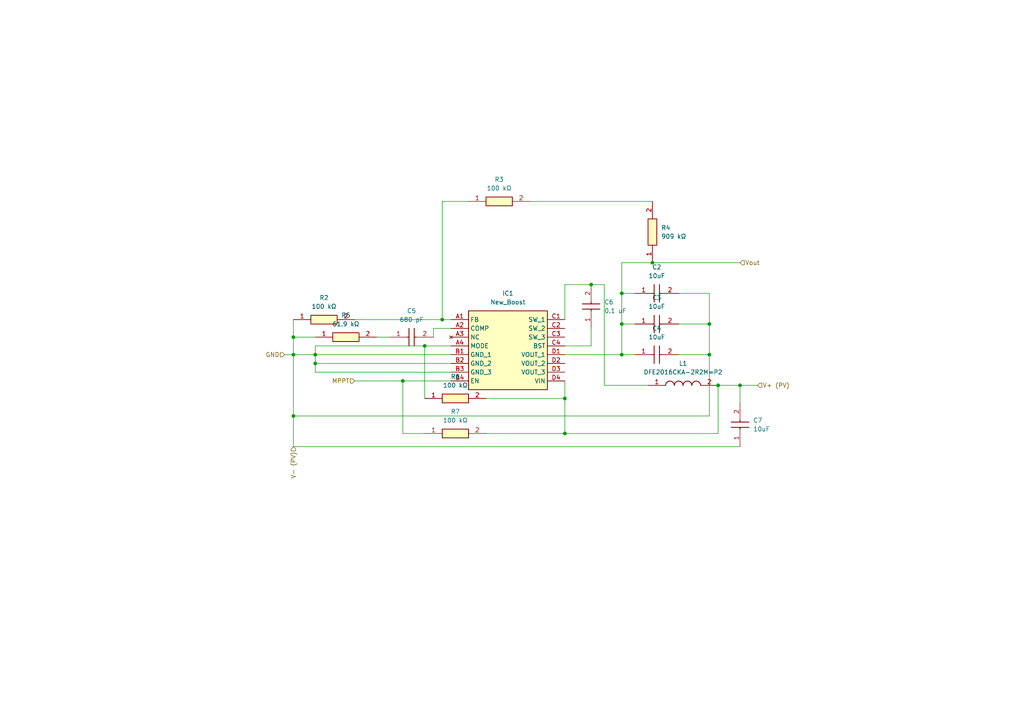
<source format=kicad_sch>
(kicad_sch (version 20230121) (generator eeschema)
  (paper "A4")
  (lib_symbols
    (symbol "pow_sys:0.1 uF" (pin_names hide)
      (property "Reference" "C" (at 8.89 6.35 0))
      (property "Value" "0.1 uF" (at 8.89 3.81 0))
      (symbol "0.1 uF_1_1"
        (polyline (pts (xy 5.08 0) (xy 5.588 0)) (stroke (width 0.254)))
        (polyline (pts (xy 5.588 2.54) (xy 5.588 -2.54)) (stroke (width 0.254)))
        (polyline (pts (xy 7.112 0) (xy 7.62 0)) (stroke (width 0.254)))
        (polyline (pts (xy 7.112 2.54) (xy 7.112 -2.54)) (stroke (width 0.254)))
        (pin passive line (at 0 0 0) (length 5.08) (name "1") (number "1"))
        (pin passive line (at 12.7 0 180) (length 5.08) (name "2") (number "2"))
      )
    )
    (symbol "pow_sys:100 kΩ" (pin_names hide)
      (property "Reference" "R" (at 13.97 6.35 0))
      (property "Value" "100 kΩ" (at 13.97 3.81 0))
      (symbol "100 kΩ_1_1"
        (rectangle (start 5.08 1.27) (end 12.7 -1.27) (stroke (width 0.254)) (fill (type background)))
        (pin passive line (at 0 0 0) (length 5.08) (name "1") (number "1"))
        (pin passive line (at 17.78 0 180) (length 5.08) (name "2") (number "2"))
      )
    )
    (symbol "pow_sys:10uF" (pin_names hide)
      (property "Reference" "C" (at 8.89 6.35 0))
      (property "Value" "10uF" (at 8.89 3.81 0))
      (symbol "10uF_1_1"
        (polyline (pts (xy 5.08 0) (xy 5.588 0)) (stroke (width 0.254)))
        (polyline (pts (xy 5.588 2.54) (xy 5.588 -2.54)) (stroke (width 0.254)))
        (polyline (pts (xy 7.112 0) (xy 7.62 0)) (stroke (width 0.254)))
        (polyline (pts (xy 7.112 2.54) (xy 7.112 -2.54)) (stroke (width 0.254)))
        (pin passive line (at 0 0 0) (length 5.08) (name "1") (number "1"))
        (pin passive line (at 12.7 0 180) (length 5.08) (name "2") (number "2"))
      )
    )
    (symbol "pow_sys:61.9 kΩ" (pin_names hide)
      (property "Reference" "R" (at 13.97 6.35 0))
      (property "Value" "61.9 kΩ" (at 13.97 3.81 0))
      (symbol "61.9 kΩ_1_1"
        (rectangle (start 5.08 1.27) (end 12.7 -1.27) (stroke (width 0.254)) (fill (type background)))
        (pin passive line (at 0 0 0) (length 5.08) (name "1") (number "1"))
        (pin passive line (at 17.78 0 180) (length 5.08) (name "2") (number "2"))
      )
    )
    (symbol "pow_sys:680 pF" (pin_names hide)
      (property "Reference" "C" (at 8.89 6.35 0))
      (property "Value" "680 pF" (at 8.89 3.81 0))
      (symbol "680 pF_1_1"
        (polyline (pts (xy 5.08 0) (xy 5.588 0)) (stroke (width 0.254)))
        (polyline (pts (xy 5.588 2.54) (xy 5.588 -2.54)) (stroke (width 0.254)))
        (polyline (pts (xy 7.112 0) (xy 7.62 0)) (stroke (width 0.254)))
        (polyline (pts (xy 7.112 2.54) (xy 7.112 -2.54)) (stroke (width 0.254)))
        (pin passive line (at 0 0 0) (length 5.08) (name "1") (number "1"))
        (pin passive line (at 12.7 0 180) (length 5.08) (name "2") (number "2"))
      )
    )
    (symbol "pow_sys:909 kΩ" (pin_names hide)
      (property "Reference" "R" (at 13.97 6.35 0))
      (property "Value" "909 kΩ" (at 13.97 3.81 0))
      (symbol "909 kΩ_1_1"
        (rectangle (start 5.08 1.27) (end 12.7 -1.27) (stroke (width 0.254)) (fill (type background)))
        (pin passive line (at 0 0 0) (length 5.08) (name "1") (number "1"))
        (pin passive line (at 17.78 0 180) (length 5.08) (name "2") (number "2"))
      )
    )
    (symbol "pow_sys:DFE2016CKA-2R2M=P2" (pin_names hide)
      (property "Reference" "L" (at 16.51 6.35 0))
      (property "Value" "DFE2016CKA-2R2M=P2" (at 16.51 3.81 0))
      (symbol "DFE2016CKA-2R2M=P2_1_1"
        (arc (start 7.62 0) (mid 6.35 1.219) (end 5.08 0) (stroke (width 0.254)))
        (arc (start 10.16 0) (mid 8.89 1.219) (end 7.62 0) (stroke (width 0.254)))
        (arc (start 12.7 0) (mid 11.43 1.219) (end 10.16 0) (stroke (width 0.254)))
        (arc (start 15.24 0) (mid 13.97 1.219) (end 12.7 0) (stroke (width 0.254)))
        (pin passive line (at 0 0 0) (length 5.08) (name "1") (number "1"))
        (pin passive line (at 20.32 0 180) (length 5.08) (name "2") (number "2"))
      )
    )
    (symbol "pow_sys:New_Boost"
      (property "Reference" "IC" (at 29.21 7.62 0))
      (property "Value" "New_Boost" (at 29.21 5.08 0))
      (symbol "New_Boost_1_1"
        (rectangle (start 5.08 2.54) (end 27.94 -20.32) (stroke (width 0.254)) (fill (type background)))
        (pin passive line (at 0 0 0) (length 5.08) (name "FB") (number "A1"))
        (pin passive line (at 0 -2.54 0) (length 5.08) (name "COMP") (number "A2"))
        (pin no_connect line (at 0 -5.08 0) (length 5.08) (name "NC") (number "A3"))
        (pin passive line (at 0 -7.62 0) (length 5.08) (name "MODE") (number "A4"))
        (pin passive line (at 0 -10.16 0) (length 5.08) (name "GND_1") (number "B1"))
        (pin passive line (at 0 -12.7 0) (length 5.08) (name "GND_2") (number "B2"))
        (pin passive line (at 0 -15.24 0) (length 5.08) (name "GND_3") (number "B3"))
        (pin passive line (at 0 -17.78 0) (length 5.08) (name "EN") (number "B4"))
        (pin passive line (at 33.02 0 180) (length 5.08) (name "SW_1") (number "C1"))
        (pin passive line (at 33.02 -2.54 180) (length 5.08) (name "SW_2") (number "C2"))
        (pin passive line (at 33.02 -5.08 180) (length 5.08) (name "SW_3") (number "C3"))
        (pin passive line (at 33.02 -7.62 180) (length 5.08) (name "BST") (number "C4"))
        (pin passive line (at 33.02 -10.16 180) (length 5.08) (name "VOUT_1") (number "D1"))
        (pin passive line (at 33.02 -12.7 180) (length 5.08) (name "VOUT_2") (number "D2"))
        (pin passive line (at 33.02 -15.24 180) (length 5.08) (name "VOUT_3") (number "D3"))
        (pin passive line (at 33.02 -17.78 180) (length 5.08) (name "VIN") (number "D4"))
      )
    )
  )
  (junction (at 85.09 102.87))
  (junction (at 85.09 97.79))
  (junction (at 214.63 111.76))
  (junction (at 123.19 100.33))
  (junction (at 163.83 125.73))
  (junction (at 85.09 120.65))
  (junction (at 189.23 76.2))
  (junction (at 91.44 102.87))
  (junction (at 180.34 93.98))
  (junction (at 180.34 102.87))
  (junction (at 205.74 93.98))
  (junction (at 116.84 110.49))
  (junction (at 205.74 102.87))
  (junction (at 208.28 111.76))
  (junction (at 180.34 85.09))
  (junction (at 91.44 105.41))
  (junction (at 128.27 92.71))
  (junction (at 171.45 82.55))
  (junction (at 163.83 115.57))
  (wire (pts (xy 196.85 102.87) (xy 205.74 102.87)))
  (wire (pts (xy 184.15 93.98) (xy 180.34 93.98)))
  (wire (pts (xy 171.45 82.55) (xy 163.83 82.55)))
  (wire (pts (xy 180.34 85.09) (xy 184.15 85.09)))
  (wire (pts (xy 128.27 92.71) (xy 102.87 92.71)))
  (wire (pts (xy 130.81 100.33) (xy 123.19 100.33)))
  (wire (pts (xy 130.81 92.71) (xy 128.27 92.71)))
  (wire (pts (xy 130.81 107.95) (xy 91.44 107.95)))
  (wire (pts (xy 91.44 100.33) (xy 123.19 100.33)))
  (wire (pts (xy 208.28 111.76) (xy 208.28 125.73)))
  (wire (pts (xy 196.85 93.98) (xy 205.74 93.98)))
  (wire (pts (xy 85.09 129.54) (xy 85.09 120.65)))
  (wire (pts (xy 163.83 125.73) (xy 208.28 125.73)))
  (wire (pts (xy 180.34 76.2) (xy 189.23 76.2)))
  (wire (pts (xy 171.45 100.33) (xy 163.83 100.33)))
  (wire (pts (xy 163.83 125.73) (xy 163.83 115.57)))
  (wire (pts (xy 85.09 97.79) (xy 85.09 102.87)))
  (wire (pts (xy 85.09 120.65) (xy 85.09 102.87)))
  (wire (pts (xy 125.73 95.25) (xy 125.73 97.79)))
  (wire (pts (xy 163.83 110.49) (xy 163.83 115.57)))
  (wire (pts (xy 116.84 110.49) (xy 130.81 110.49)))
  (wire (pts (xy 102.87 110.49) (xy 116.84 110.49)))
  (wire (pts (xy 91.44 105.41) (xy 91.44 102.87)))
  (wire (pts (xy 205.74 93.98) (xy 205.74 102.87)))
  (wire (pts (xy 91.44 100.33) (xy 91.44 102.87)))
  (wire (pts (xy 85.09 97.79) (xy 91.44 97.79)))
  (wire (pts (xy 128.27 92.71) (xy 128.27 58.42)))
  (wire (pts (xy 180.34 93.98) (xy 180.34 102.87)))
  (wire (pts (xy 153.67 58.42) (xy 189.23 58.42)))
  (wire (pts (xy 180.34 85.09) (xy 180.34 93.98)))
  (wire (pts (xy 180.34 76.2) (xy 180.34 85.09)))
  (wire (pts (xy 163.83 115.57) (xy 140.97 115.57)))
  (wire (pts (xy 163.83 82.55) (xy 163.83 92.71)))
  (wire (pts (xy 175.26 82.55) (xy 175.26 111.76)))
  (wire (pts (xy 208.28 111.76) (xy 214.63 111.76)))
  (wire (pts (xy 82.55 102.87) (xy 85.09 102.87)))
  (wire (pts (xy 180.34 102.87) (xy 184.15 102.87)))
  (wire (pts (xy 175.26 111.76) (xy 187.96 111.76)))
  (wire (pts (xy 171.45 82.55) (xy 175.26 82.55)))
  (wire (pts (xy 163.83 102.87) (xy 180.34 102.87)))
  (wire (pts (xy 214.63 111.76) (xy 219.71 111.76)))
  (wire (pts (xy 171.45 95.25) (xy 171.45 100.33)))
  (wire (pts (xy 123.19 100.33) (xy 123.19 115.57)))
  (wire (pts (xy 85.09 102.87) (xy 91.44 102.87)))
  (wire (pts (xy 189.23 76.2) (xy 214.63 76.2)))
  (wire (pts (xy 128.27 58.42) (xy 135.89 58.42)))
  (wire (pts (xy 109.22 97.79) (xy 113.03 97.79)))
  (wire (pts (xy 205.74 102.87) (xy 205.74 120.65)))
  (wire (pts (xy 116.84 125.73) (xy 116.84 110.49)))
  (wire (pts (xy 123.19 125.73) (xy 116.84 125.73)))
  (wire (pts (xy 140.97 125.73) (xy 163.83 125.73)))
  (wire (pts (xy 130.81 105.41) (xy 91.44 105.41)))
  (wire (pts (xy 91.44 107.95) (xy 91.44 105.41)))
  (wire (pts (xy 130.81 95.25) (xy 125.73 95.25)))
  (wire (pts (xy 91.44 102.87) (xy 130.81 102.87)))
  (wire (pts (xy 85.09 92.71) (xy 85.09 97.79)))
  (wire (pts (xy 205.74 120.65) (xy 85.09 120.65)))
  (wire (pts (xy 205.74 85.09) (xy 205.74 93.98)))
  (wire (pts (xy 196.85 85.09) (xy 205.74 85.09)))
  (wire (pts (xy 214.63 111.76) (xy 214.63 116.84)))
  (wire (pts (xy 214.63 129.54) (xy 85.09 129.54)))
  (hierarchical_label "V+ (PV)" (shape input) (at 219.71 111.76 0))
  (hierarchical_label "GND" (shape input) (at 82.55 102.87 180))
  (hierarchical_label "Vout" (shape input) (at 214.63 76.2 0))
  (hierarchical_label "V- (PV)" (shape input) (at 85.09 129.54 270))
  (hierarchical_label "MPPT" (shape input) (at 102.87 110.49 180))
  (symbol (lib_id "pow_sys:10uF") (at 184.15 102.87 0) (unit 1)
    (property "Reference" "C4" (at 190.5 95.25 0))
    (property "Value" "10uF" (at 190.5 97.79 0))
    (property "Footprint" "pow_sys_footprint:10uF" (effects hide))
    (property "Datasheet" "http://componentsearchengine.com/Datasheets/1/GRM188R61E106KA73D.pdf" (effects hide))
    (property "Height" "0.9" (effects hide))
    (property "Manufacturer_Name" "Murata Electronics" (effects hide))
    (property "Manufacturer_Part_Number" "GRM188R61E106KA73D" (effects hide))
    (property "Mouser Part Number" "81-GRM188R61E106KA3D" (effects hide))
    (property "Mouser Price/Stock" "https://www.mouser.co.uk/ProductDetail/Murata-Electronics/GRM188R61E106KA73D?qs=5aG0NVq1C4z8ebxPkQZf9A%3D%3D" (effects hide))
    (property "Arrow Part Number" "GRM188R61E106KA73D" (effects hide))
    (property "Arrow Price/Stock" "https://www.arrow.com/en/products/grm188r61e106ka73d/murata-manufacturing?region=nac" (effects hide))
  )
  (symbol (lib_id "pow_sys:100 kΩ") (at 123.19 115.57 0) (unit 1)
    (property "Reference" "R6" (at 132.08 109.22 0))
    (property "Value" "100 kΩ" (at 132.08 111.76 0))
    (property "Footprint" "RESC1608X55N" (effects hide))
    (property "Datasheet" "http://www.vishay.com/docs/28705/mcx0x0xpro.pdf" (effects hide))
    (property "Height" "0.55" (effects hide))
    (property "Manufacturer_Name" "Vishay" (effects hide))
    (property "Manufacturer_Part_Number" "MCT0603MG1003BP500" (effects hide))
    (property "Mouser Part Number" "594-MCT0603MG1003BP5" (effects hide))
    (property "Mouser Price/Stock" "https://www.mouser.co.uk/ProductDetail/Vishay-Beyschlag/MCT0603MG1003BP500?qs=Y0Uzf4wQF3lHJ34mcJhrdQ%3D%3D" (effects hide))
  )
  (symbol (lib_id "pow_sys:909 kΩ") (at 189.23 76.2 90) (unit 1)
    (property "Reference" "R4" (at 191.77 66.04 90) (effects (justify right)))
    (property "Value" "909 kΩ" (at 191.77 68.58 90) (effects (justify right)))
    (property "Footprint" "pow_sys_footprint:909 kΩ" (effects hide))
    (property "Datasheet" "http://www.yageo.com/documents/recent/PYu-RC0402_51_RoHS_L_6_r.pdf" (effects hide))
    (property "Height" "0.4" (effects hide))
    (property "Manufacturer_Name" "KEMET" (effects hide))
    (property "Manufacturer_Part_Number" "RC0402FR-07909KL" (effects hide))
    (property "Mouser Part Number" "603-RC0402FR-07909KL" (effects hide))
    (property "Mouser Price/Stock" "https://www.mouser.com/Search/Refine.aspx?Keyword=603-RC0402FR-07909KL" (effects hide))
  )
  (symbol (lib_id "pow_sys:10uF") (at 184.15 93.98 0) (unit 1)
    (property "Reference" "C3" (at 190.5 86.36 0))
    (property "Value" "10uF" (at 190.5 88.9 0))
    (property "Footprint" "pow_sys_footprint:10uF" (effects hide))
    (property "Datasheet" "http://componentsearchengine.com/Datasheets/1/GRM188R61E106KA73D.pdf" (effects hide))
    (property "Height" "0.9" (effects hide))
    (property "Manufacturer_Name" "Murata Electronics" (effects hide))
    (property "Manufacturer_Part_Number" "GRM188R61E106KA73D" (effects hide))
    (property "Mouser Part Number" "81-GRM188R61E106KA3D" (effects hide))
    (property "Mouser Price/Stock" "https://www.mouser.co.uk/ProductDetail/Murata-Electronics/GRM188R61E106KA73D?qs=5aG0NVq1C4z8ebxPkQZf9A%3D%3D" (effects hide))
    (property "Arrow Part Number" "GRM188R61E106KA73D" (effects hide))
    (property "Arrow Price/Stock" "https://www.arrow.com/en/products/grm188r61e106ka73d/murata-manufacturing?region=nac" (effects hide))
  )
  (symbol (lib_id "pow_sys:61.9 kΩ") (at 91.44 97.79 0) (unit 1)
    (property "Reference" "R5" (at 100.33 91.44 0))
    (property "Value" "61.9 kΩ" (at 100.33 93.98 0))
    (property "Footprint" "pow_sys_footprint:61.9 kΩ" (effects hide))
    (property "Datasheet" "http://industrial.panasonic.com/cdbs/www-data/pdf/RDM0000/RDM0000C331.pdf" (effects hide))
    (property "Height" "0.4" (effects hide))
    (property "Manufacturer_Name" "Panasonic" (effects hide))
    (property "Manufacturer_Part_Number" "ERA-3VEB6192V" (effects hide))
  )
  (symbol (lib_id "pow_sys:New_Boost") (at 130.81 92.71 0) (unit 1)
    (property "Reference" "IC1" (at 147.32 85.09 0))
    (property "Value" "New_Boost" (at 147.32 87.63 0))
    (property "Footprint" "pow_sys_footprint:New_Boost" (effects hide))
    (property "Datasheet" "http://www.ti.com/lit/gpn/TPS61372" (effects hide))
    (property "Height" "0.5" (effects hide))
    (property "Manufacturer_Name" "Texas Instruments" (effects hide))
    (property "Manufacturer_Part_Number" "TPS61372YKBT" (effects hide))
    (property "Mouser Part Number" "595-TPS61372YKBT" (effects hide))
    (property "Mouser Price/Stock" "https://www.mouser.co.uk/ProductDetail/Texas-Instruments/TPS61372YKBT?qs=l7cgNqFNU1hqS%252B1N9xjEQg%3D%3D" (effects hide))
    (property "Arrow Part Number" "TPS61372YKBT" (effects hide))
    (property "Arrow Price/Stock" "https://www.arrow.com/en/products/tps61372ykbt/texas-instruments" (effects hide))
  )
  (symbol (lib_id "pow_sys:10uF") (at 184.15 85.09 0) (unit 1)
    (property "Reference" "C2" (at 190.5 77.47 0))
    (property "Value" "10uF" (at 190.5 80.01 0))
    (property "Footprint" "pow_sys_footprint:10uF" (effects hide))
    (property "Datasheet" "http://componentsearchengine.com/Datasheets/1/GRM188R61E106KA73D.pdf" (effects hide))
    (property "Height" "0.9" (effects hide))
    (property "Manufacturer_Name" "Murata Electronics" (effects hide))
    (property "Manufacturer_Part_Number" "GRM188R61E106KA73D" (effects hide))
    (property "Mouser Part Number" "81-GRM188R61E106KA3D" (effects hide))
    (property "Mouser Price/Stock" "https://www.mouser.co.uk/ProductDetail/Murata-Electronics/GRM188R61E106KA73D?qs=5aG0NVq1C4z8ebxPkQZf9A%3D%3D" (effects hide))
    (property "Arrow Part Number" "GRM188R61E106KA73D" (effects hide))
    (property "Arrow Price/Stock" "https://www.arrow.com/en/products/grm188r61e106ka73d/murata-manufacturing?region=nac" (effects hide))
  )
  (symbol (lib_id "pow_sys:10uF") (at 214.63 129.54 90) (unit 1)
    (property "Reference" "C7" (at 218.44 121.92 90) (effects (justify right)))
    (property "Value" "10uF" (at 218.44 124.46 90) (effects (justify right)))
    (property "Footprint" "pow_sys_footprint:10uF" (effects hide))
    (property "Datasheet" "http://componentsearchengine.com/Datasheets/1/GRM188R61E106KA73D.pdf" (effects hide))
    (property "Height" "0.9" (effects hide))
    (property "Manufacturer_Name" "Murata Electronics" (effects hide))
    (property "Manufacturer_Part_Number" "GRM188R61E106KA73D" (effects hide))
    (property "Mouser Part Number" "81-GRM188R61E106KA3D" (effects hide))
    (property "Mouser Price/Stock" "https://www.mouser.co.uk/ProductDetail/Murata-Electronics/GRM188R61E106KA73D?qs=5aG0NVq1C4z8ebxPkQZf9A%3D%3D" (effects hide))
    (property "Arrow Part Number" "GRM188R61E106KA73D" (effects hide))
    (property "Arrow Price/Stock" "https://www.arrow.com/en/products/grm188r61e106ka73d/murata-manufacturing?region=nac" (effects hide))
  )
  (symbol (lib_id "pow_sys:100 kΩ") (at 135.89 58.42 0) (unit 1)
    (property "Reference" "R3" (at 144.78 52.07 0))
    (property "Value" "100 kΩ" (at 144.78 54.61 0))
    (property "Footprint" "pow_sys_footprint:RESC1608X55N" (effects hide))
    (property "Datasheet" "http://www.vishay.com/docs/28705/mcx0x0xpro.pdf" (effects hide))
    (property "Height" "0.55" (effects hide))
    (property "Manufacturer_Name" "Vishay" (effects hide))
    (property "Manufacturer_Part_Number" "MCT0603MG1003BP500" (effects hide))
    (property "Mouser Part Number" "594-MCT0603MG1003BP5" (effects hide))
    (property "Mouser Price/Stock" "https://www.mouser.co.uk/ProductDetail/Vishay-Beyschlag/MCT0603MG1003BP500?qs=Y0Uzf4wQF3lHJ34mcJhrdQ%3D%3D" (effects hide))
  )
  (symbol (lib_id "pow_sys:DFE2016CKA-2R2M=P2") (at 187.96 111.76 0) (unit 1)
    (property "Reference" "L1" (at 198.12 105.41 0))
    (property "Value" "DFE2016CKA-2R2M=P2" (at 198.12 107.95 0))
    (property "Footprint" "DFE2016CKA1R0MP2" (effects hide))
    (property "Datasheet" "https://psearch.en.murata.com/inductor/product/DFE2016CKA-2R2M%23.html" (effects hide))
    (property "Height" "0.65" (effects hide))
    (property "Manufacturer_Name" "Murata Electronics" (effects hide))
    (property "Manufacturer_Part_Number" "DFE2016CKA-2R2M=P2" (effects hide))
    (property "Mouser Part Number" "81-DFE2016CKA2R2M=P2" (effects hide))
    (property "Mouser Price/Stock" "https://www.mouser.co.uk/ProductDetail/Murata-Electronics/DFE2016CKA-2R2M%3dP2?qs=rI7uf1IzohTgEoAgMClTBQ%3D%3D" (effects hide))
  )
  (symbol (lib_id "pow_sys:100 kΩ") (at 123.19 125.73 0) (unit 1)
    (property "Reference" "R7" (at 132.08 119.38 0))
    (property "Value" "100 kΩ" (at 132.08 121.92 0))
    (property "Footprint" "RESC1608X55N" (effects hide))
    (property "Datasheet" "http://www.vishay.com/docs/28705/mcx0x0xpro.pdf" (effects hide))
    (property "Height" "0.55" (effects hide))
    (property "Manufacturer_Name" "Vishay" (effects hide))
    (property "Manufacturer_Part_Number" "MCT0603MG1003BP500" (effects hide))
    (property "Mouser Part Number" "594-MCT0603MG1003BP5" (effects hide))
    (property "Mouser Price/Stock" "https://www.mouser.co.uk/ProductDetail/Vishay-Beyschlag/MCT0603MG1003BP500?qs=Y0Uzf4wQF3lHJ34mcJhrdQ%3D%3D" (effects hide))
  )
  (symbol (lib_id "pow_sys:0.1 uF") (at 171.45 95.25 90) (unit 1)
    (property "Reference" "C6" (at 175.26 87.63 90) (effects (justify right)))
    (property "Value" "0.1 uF" (at 175.26 90.17 90) (effects (justify right)))
    (property "Footprint" "pow_sys_footprint:0.1 uF" (effects hide))
    (property "Datasheet" "https://connect.kemet.com:7667/gateway/IntelliData-ComponentDocumentation/1.0/download/specsheet/C0603C104K1RACAUTO" (effects hide))
    (property "Height" "0.95" (effects hide))
    (property "Manufacturer_Name" "KEMET" (effects hide))
    (property "Manufacturer_Part_Number" "C0603C104K1RACAUTO" (effects hide))
    (property "Mouser Part Number" "80-C0603C104K1RAUTO" (effects hide))
    (property "Mouser Price/Stock" "https://www.mouser.co.uk/ProductDetail/KEMET/C0603C104K1RACAUTO?qs=3Rah4i%252BhyCGTQ5uPNXtfZA%3D%3D" (effects hide))
    (property "Arrow Part Number" "C0603C104K1RACAUTO" (effects hide))
    (property "Arrow Price/Stock" "https://www.arrow.com/en/products/c0603c104k1racauto/kemet-corporation?region=europe" (effects hide))
  )
  (symbol (lib_id "pow_sys:680 pF") (at 113.03 97.79 0) (unit 1)
    (property "Reference" "C5" (at 119.38 90.17 0))
    (property "Value" "680 pF" (at 119.38 92.71 0))
    (property "Footprint" "pow_sys_footprint:680 pF" (effects hide))
    (property "Datasheet" "https://datasheet.datasheetarchive.com/originals/distributors/DKDS-10/187494.pdf" (effects hide))
    (property "Height" "0.55" (effects hide))
    (property "Manufacturer_Name" "Murata Electronics" (effects hide))
    (property "Manufacturer_Part_Number" "GCM1555C1H681FA16D" (effects hide))
    (property "Mouser Part Number" "81-GCM1555C1H681FA6D" (effects hide))
    (property "Mouser Price/Stock" "https://www.mouser.co.uk/ProductDetail/Murata-Electronics/GCM1555C1H681FA16D?qs=QzBtWTOodeVU2SBwKzAbxQ%3D%3D" (effects hide))
    (property "Arrow Part Number" "GCM1555C1H681FA16D" (effects hide))
    (property "Arrow Price/Stock" "https://www.arrow.com/en/products/gcm1555c1h681fa16d/murata-manufacturing" (effects hide))
  )
  (symbol (lib_id "pow_sys:100 kΩ") (at 85.09 92.71 0) (unit 1)
    (property "Reference" "R2" (at 93.98 86.36 0))
    (property "Value" "100 kΩ" (at 93.98 88.9 0))
    (property "Footprint" "pow_sys_footprint:RESC1608X55N" (effects hide))
    (property "Datasheet" "http://www.vishay.com/docs/28705/mcx0x0xpro.pdf" (effects hide))
    (property "Height" "0.55" (effects hide))
    (property "Manufacturer_Name" "Vishay" (effects hide))
    (property "Manufacturer_Part_Number" "MCT0603MG1003BP500" (effects hide))
    (property "Mouser Part Number" "594-MCT0603MG1003BP5" (effects hide))
    (property "Mouser Price/Stock" "https://www.mouser.co.uk/ProductDetail/Vishay-Beyschlag/MCT0603MG1003BP500?qs=Y0Uzf4wQF3lHJ34mcJhrdQ%3D%3D" (effects hide))
  )
)
</source>
